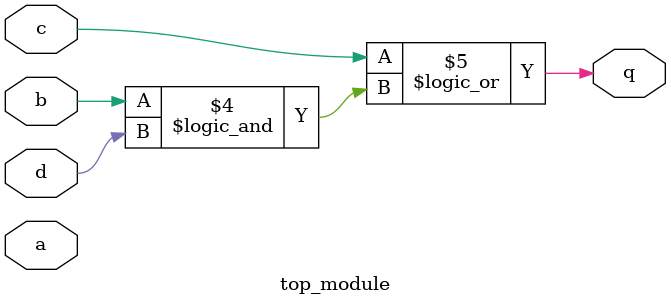
<source format=sv>
module top_module (
	input a, 
	input b, 
	input c, 
	input d,
	output q
);
    assign q = (c == 1) || (b == 1 && d == 1);
endmodule

</source>
